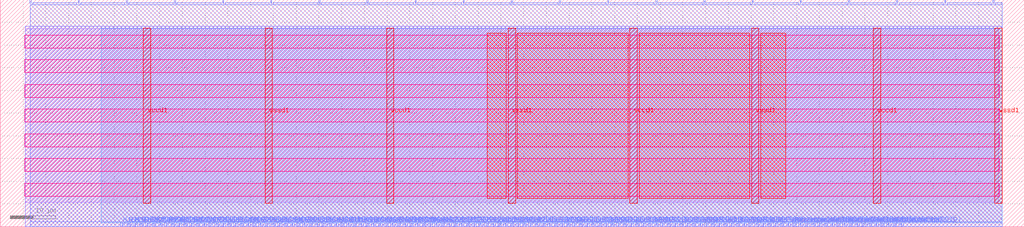
<source format=lef>
VERSION 5.7 ;
  NOWIREEXTENSIONATPIN ON ;
  DIVIDERCHAR "/" ;
  BUSBITCHARS "[]" ;
MACRO N_term_DSP
  CLASS BLOCK ;
  FOREIGN N_term_DSP ;
  ORIGIN 0.000 0.000 ;
  SIZE 225.000 BY 50.000 ;
  PIN FrameStrobe[0]
    DIRECTION INPUT ;
    USE SIGNAL ;
    ANTENNAGATEAREA 0.196500 ;
    PORT
      LAYER met2 ;
        RECT 171.670 0.000 171.950 0.800 ;
    END
  END FrameStrobe[0]
  PIN FrameStrobe[10]
    DIRECTION INPUT ;
    USE SIGNAL ;
    ANTENNAGATEAREA 0.196500 ;
    PORT
      LAYER met2 ;
        RECT 185.470 0.000 185.750 0.800 ;
    END
  END FrameStrobe[10]
  PIN FrameStrobe[11]
    DIRECTION INPUT ;
    USE SIGNAL ;
    ANTENNAGATEAREA 0.196500 ;
    PORT
      LAYER met2 ;
        RECT 186.850 0.000 187.130 0.800 ;
    END
  END FrameStrobe[11]
  PIN FrameStrobe[12]
    DIRECTION INPUT ;
    USE SIGNAL ;
    ANTENNAGATEAREA 0.196500 ;
    PORT
      LAYER met2 ;
        RECT 188.230 0.000 188.510 0.800 ;
    END
  END FrameStrobe[12]
  PIN FrameStrobe[13]
    DIRECTION INPUT ;
    USE SIGNAL ;
    ANTENNAGATEAREA 0.196500 ;
    PORT
      LAYER met2 ;
        RECT 189.610 0.000 189.890 0.800 ;
    END
  END FrameStrobe[13]
  PIN FrameStrobe[14]
    DIRECTION INPUT ;
    USE SIGNAL ;
    ANTENNAGATEAREA 0.196500 ;
    PORT
      LAYER met2 ;
        RECT 190.990 0.000 191.270 0.800 ;
    END
  END FrameStrobe[14]
  PIN FrameStrobe[15]
    DIRECTION INPUT ;
    USE SIGNAL ;
    ANTENNAGATEAREA 0.196500 ;
    PORT
      LAYER met2 ;
        RECT 192.370 0.000 192.650 0.800 ;
    END
  END FrameStrobe[15]
  PIN FrameStrobe[16]
    DIRECTION INPUT ;
    USE SIGNAL ;
    ANTENNAGATEAREA 0.196500 ;
    PORT
      LAYER met2 ;
        RECT 193.750 0.000 194.030 0.800 ;
    END
  END FrameStrobe[16]
  PIN FrameStrobe[17]
    DIRECTION INPUT ;
    USE SIGNAL ;
    ANTENNAGATEAREA 0.196500 ;
    PORT
      LAYER met2 ;
        RECT 195.130 0.000 195.410 0.800 ;
    END
  END FrameStrobe[17]
  PIN FrameStrobe[18]
    DIRECTION INPUT ;
    USE SIGNAL ;
    ANTENNAGATEAREA 0.196500 ;
    PORT
      LAYER met2 ;
        RECT 196.510 0.000 196.790 0.800 ;
    END
  END FrameStrobe[18]
  PIN FrameStrobe[19]
    DIRECTION INPUT ;
    USE SIGNAL ;
    ANTENNAGATEAREA 0.196500 ;
    PORT
      LAYER met2 ;
        RECT 197.890 0.000 198.170 0.800 ;
    END
  END FrameStrobe[19]
  PIN FrameStrobe[1]
    DIRECTION INPUT ;
    USE SIGNAL ;
    ANTENNAGATEAREA 0.196500 ;
    PORT
      LAYER met2 ;
        RECT 173.050 0.000 173.330 0.800 ;
    END
  END FrameStrobe[1]
  PIN FrameStrobe[2]
    DIRECTION INPUT ;
    USE SIGNAL ;
    ANTENNAGATEAREA 0.196500 ;
    PORT
      LAYER met2 ;
        RECT 174.430 0.000 174.710 0.800 ;
    END
  END FrameStrobe[2]
  PIN FrameStrobe[3]
    DIRECTION INPUT ;
    USE SIGNAL ;
    ANTENNAGATEAREA 0.196500 ;
    PORT
      LAYER met2 ;
        RECT 175.810 0.000 176.090 0.800 ;
    END
  END FrameStrobe[3]
  PIN FrameStrobe[4]
    DIRECTION INPUT ;
    USE SIGNAL ;
    ANTENNAGATEAREA 0.196500 ;
    PORT
      LAYER met2 ;
        RECT 177.190 0.000 177.470 0.800 ;
    END
  END FrameStrobe[4]
  PIN FrameStrobe[5]
    DIRECTION INPUT ;
    USE SIGNAL ;
    ANTENNAGATEAREA 0.196500 ;
    PORT
      LAYER met2 ;
        RECT 178.570 0.000 178.850 0.800 ;
    END
  END FrameStrobe[5]
  PIN FrameStrobe[6]
    DIRECTION INPUT ;
    USE SIGNAL ;
    ANTENNAGATEAREA 0.196500 ;
    PORT
      LAYER met2 ;
        RECT 179.950 0.000 180.230 0.800 ;
    END
  END FrameStrobe[6]
  PIN FrameStrobe[7]
    DIRECTION INPUT ;
    USE SIGNAL ;
    ANTENNAGATEAREA 0.196500 ;
    PORT
      LAYER met2 ;
        RECT 181.330 0.000 181.610 0.800 ;
    END
  END FrameStrobe[7]
  PIN FrameStrobe[8]
    DIRECTION INPUT ;
    USE SIGNAL ;
    ANTENNAGATEAREA 0.196500 ;
    PORT
      LAYER met2 ;
        RECT 182.710 0.000 182.990 0.800 ;
    END
  END FrameStrobe[8]
  PIN FrameStrobe[9]
    DIRECTION INPUT ;
    USE SIGNAL ;
    ANTENNAGATEAREA 0.196500 ;
    PORT
      LAYER met2 ;
        RECT 184.090 0.000 184.370 0.800 ;
    END
  END FrameStrobe[9]
  PIN FrameStrobe_O[0]
    DIRECTION OUTPUT TRISTATE ;
    USE SIGNAL ;
    ANTENNADIFFAREA 0.445500 ;
    PORT
      LAYER met2 ;
        RECT 17.110 49.200 17.390 50.000 ;
    END
  END FrameStrobe_O[0]
  PIN FrameStrobe_O[10]
    DIRECTION OUTPUT TRISTATE ;
    USE SIGNAL ;
    ANTENNADIFFAREA 0.795200 ;
    PORT
      LAYER met2 ;
        RECT 122.910 49.200 123.190 50.000 ;
    END
  END FrameStrobe_O[10]
  PIN FrameStrobe_O[11]
    DIRECTION OUTPUT TRISTATE ;
    USE SIGNAL ;
    ANTENNADIFFAREA 0.445500 ;
    PORT
      LAYER met2 ;
        RECT 133.490 49.200 133.770 50.000 ;
    END
  END FrameStrobe_O[11]
  PIN FrameStrobe_O[12]
    DIRECTION OUTPUT TRISTATE ;
    USE SIGNAL ;
    ANTENNADIFFAREA 0.795200 ;
    PORT
      LAYER met2 ;
        RECT 144.070 49.200 144.350 50.000 ;
    END
  END FrameStrobe_O[12]
  PIN FrameStrobe_O[13]
    DIRECTION OUTPUT TRISTATE ;
    USE SIGNAL ;
    ANTENNADIFFAREA 0.445500 ;
    PORT
      LAYER met2 ;
        RECT 154.650 49.200 154.930 50.000 ;
    END
  END FrameStrobe_O[13]
  PIN FrameStrobe_O[14]
    DIRECTION OUTPUT TRISTATE ;
    USE SIGNAL ;
    ANTENNADIFFAREA 0.795200 ;
    PORT
      LAYER met2 ;
        RECT 165.230 49.200 165.510 50.000 ;
    END
  END FrameStrobe_O[14]
  PIN FrameStrobe_O[15]
    DIRECTION OUTPUT TRISTATE ;
    USE SIGNAL ;
    ANTENNADIFFAREA 0.445500 ;
    PORT
      LAYER met2 ;
        RECT 175.810 49.200 176.090 50.000 ;
    END
  END FrameStrobe_O[15]
  PIN FrameStrobe_O[16]
    DIRECTION OUTPUT TRISTATE ;
    USE SIGNAL ;
    ANTENNADIFFAREA 0.795200 ;
    PORT
      LAYER met2 ;
        RECT 186.390 49.200 186.670 50.000 ;
    END
  END FrameStrobe_O[16]
  PIN FrameStrobe_O[17]
    DIRECTION OUTPUT TRISTATE ;
    USE SIGNAL ;
    ANTENNADIFFAREA 0.795200 ;
    PORT
      LAYER met2 ;
        RECT 196.970 49.200 197.250 50.000 ;
    END
  END FrameStrobe_O[17]
  PIN FrameStrobe_O[18]
    DIRECTION OUTPUT TRISTATE ;
    USE SIGNAL ;
    ANTENNADIFFAREA 0.795200 ;
    PORT
      LAYER met2 ;
        RECT 207.550 49.200 207.830 50.000 ;
    END
  END FrameStrobe_O[18]
  PIN FrameStrobe_O[19]
    DIRECTION OUTPUT TRISTATE ;
    USE SIGNAL ;
    ANTENNADIFFAREA 0.445500 ;
    PORT
      LAYER met2 ;
        RECT 218.130 49.200 218.410 50.000 ;
    END
  END FrameStrobe_O[19]
  PIN FrameStrobe_O[1]
    DIRECTION OUTPUT TRISTATE ;
    USE SIGNAL ;
    ANTENNADIFFAREA 0.795200 ;
    PORT
      LAYER met2 ;
        RECT 27.690 49.200 27.970 50.000 ;
    END
  END FrameStrobe_O[1]
  PIN FrameStrobe_O[2]
    DIRECTION OUTPUT TRISTATE ;
    USE SIGNAL ;
    ANTENNADIFFAREA 0.445500 ;
    PORT
      LAYER met2 ;
        RECT 38.270 49.200 38.550 50.000 ;
    END
  END FrameStrobe_O[2]
  PIN FrameStrobe_O[3]
    DIRECTION OUTPUT TRISTATE ;
    USE SIGNAL ;
    ANTENNADIFFAREA 0.795200 ;
    PORT
      LAYER met2 ;
        RECT 48.850 49.200 49.130 50.000 ;
    END
  END FrameStrobe_O[3]
  PIN FrameStrobe_O[4]
    DIRECTION OUTPUT TRISTATE ;
    USE SIGNAL ;
    ANTENNADIFFAREA 0.445500 ;
    PORT
      LAYER met2 ;
        RECT 59.430 49.200 59.710 50.000 ;
    END
  END FrameStrobe_O[4]
  PIN FrameStrobe_O[5]
    DIRECTION OUTPUT TRISTATE ;
    USE SIGNAL ;
    ANTENNADIFFAREA 0.445500 ;
    PORT
      LAYER met2 ;
        RECT 70.010 49.200 70.290 50.000 ;
    END
  END FrameStrobe_O[5]
  PIN FrameStrobe_O[6]
    DIRECTION OUTPUT TRISTATE ;
    USE SIGNAL ;
    ANTENNADIFFAREA 0.445500 ;
    PORT
      LAYER met2 ;
        RECT 80.590 49.200 80.870 50.000 ;
    END
  END FrameStrobe_O[6]
  PIN FrameStrobe_O[7]
    DIRECTION OUTPUT TRISTATE ;
    USE SIGNAL ;
    ANTENNADIFFAREA 0.445500 ;
    PORT
      LAYER met2 ;
        RECT 91.170 49.200 91.450 50.000 ;
    END
  END FrameStrobe_O[7]
  PIN FrameStrobe_O[8]
    DIRECTION OUTPUT TRISTATE ;
    USE SIGNAL ;
    ANTENNADIFFAREA 0.445500 ;
    PORT
      LAYER met2 ;
        RECT 101.750 49.200 102.030 50.000 ;
    END
  END FrameStrobe_O[8]
  PIN FrameStrobe_O[9]
    DIRECTION OUTPUT TRISTATE ;
    USE SIGNAL ;
    ANTENNADIFFAREA 0.445500 ;
    PORT
      LAYER met2 ;
        RECT 112.330 49.200 112.610 50.000 ;
    END
  END FrameStrobe_O[9]
  PIN N1END[0]
    DIRECTION INPUT ;
    USE SIGNAL ;
    ANTENNAGATEAREA 0.196500 ;
    PORT
      LAYER met2 ;
        RECT 26.770 0.000 27.050 0.800 ;
    END
  END N1END[0]
  PIN N1END[1]
    DIRECTION INPUT ;
    USE SIGNAL ;
    ANTENNAGATEAREA 0.196500 ;
    PORT
      LAYER met2 ;
        RECT 28.150 0.000 28.430 0.800 ;
    END
  END N1END[1]
  PIN N1END[2]
    DIRECTION INPUT ;
    USE SIGNAL ;
    ANTENNAGATEAREA 0.196500 ;
    PORT
      LAYER met2 ;
        RECT 29.530 0.000 29.810 0.800 ;
    END
  END N1END[2]
  PIN N1END[3]
    DIRECTION INPUT ;
    USE SIGNAL ;
    ANTENNAGATEAREA 0.196500 ;
    PORT
      LAYER met2 ;
        RECT 30.910 0.000 31.190 0.800 ;
    END
  END N1END[3]
  PIN N2END[0]
    DIRECTION INPUT ;
    USE SIGNAL ;
    ANTENNAGATEAREA 0.196500 ;
    PORT
      LAYER met2 ;
        RECT 43.330 0.000 43.610 0.800 ;
    END
  END N2END[0]
  PIN N2END[1]
    DIRECTION INPUT ;
    USE SIGNAL ;
    ANTENNAGATEAREA 0.196500 ;
    PORT
      LAYER met2 ;
        RECT 44.710 0.000 44.990 0.800 ;
    END
  END N2END[1]
  PIN N2END[2]
    DIRECTION INPUT ;
    USE SIGNAL ;
    ANTENNAGATEAREA 0.196500 ;
    PORT
      LAYER met2 ;
        RECT 46.090 0.000 46.370 0.800 ;
    END
  END N2END[2]
  PIN N2END[3]
    DIRECTION INPUT ;
    USE SIGNAL ;
    ANTENNAGATEAREA 0.196500 ;
    PORT
      LAYER met2 ;
        RECT 47.470 0.000 47.750 0.800 ;
    END
  END N2END[3]
  PIN N2END[4]
    DIRECTION INPUT ;
    USE SIGNAL ;
    ANTENNAGATEAREA 0.196500 ;
    PORT
      LAYER met2 ;
        RECT 48.850 0.000 49.130 0.800 ;
    END
  END N2END[4]
  PIN N2END[5]
    DIRECTION INPUT ;
    USE SIGNAL ;
    ANTENNAGATEAREA 0.196500 ;
    PORT
      LAYER met2 ;
        RECT 50.230 0.000 50.510 0.800 ;
    END
  END N2END[5]
  PIN N2END[6]
    DIRECTION INPUT ;
    USE SIGNAL ;
    ANTENNAGATEAREA 0.196500 ;
    PORT
      LAYER met2 ;
        RECT 51.610 0.000 51.890 0.800 ;
    END
  END N2END[6]
  PIN N2END[7]
    DIRECTION INPUT ;
    USE SIGNAL ;
    ANTENNAGATEAREA 0.196500 ;
    PORT
      LAYER met2 ;
        RECT 52.990 0.000 53.270 0.800 ;
    END
  END N2END[7]
  PIN N2MID[0]
    DIRECTION INPUT ;
    USE SIGNAL ;
    ANTENNAGATEAREA 0.196500 ;
    PORT
      LAYER met2 ;
        RECT 32.290 0.000 32.570 0.800 ;
    END
  END N2MID[0]
  PIN N2MID[1]
    DIRECTION INPUT ;
    USE SIGNAL ;
    ANTENNAGATEAREA 0.196500 ;
    PORT
      LAYER met2 ;
        RECT 33.670 0.000 33.950 0.800 ;
    END
  END N2MID[1]
  PIN N2MID[2]
    DIRECTION INPUT ;
    USE SIGNAL ;
    ANTENNAGATEAREA 0.196500 ;
    PORT
      LAYER met2 ;
        RECT 35.050 0.000 35.330 0.800 ;
    END
  END N2MID[2]
  PIN N2MID[3]
    DIRECTION INPUT ;
    USE SIGNAL ;
    ANTENNAGATEAREA 0.196500 ;
    PORT
      LAYER met2 ;
        RECT 36.430 0.000 36.710 0.800 ;
    END
  END N2MID[3]
  PIN N2MID[4]
    DIRECTION INPUT ;
    USE SIGNAL ;
    ANTENNAGATEAREA 0.196500 ;
    PORT
      LAYER met2 ;
        RECT 37.810 0.000 38.090 0.800 ;
    END
  END N2MID[4]
  PIN N2MID[5]
    DIRECTION INPUT ;
    USE SIGNAL ;
    ANTENNAGATEAREA 0.196500 ;
    PORT
      LAYER met2 ;
        RECT 39.190 0.000 39.470 0.800 ;
    END
  END N2MID[5]
  PIN N2MID[6]
    DIRECTION INPUT ;
    USE SIGNAL ;
    ANTENNAGATEAREA 0.196500 ;
    PORT
      LAYER met2 ;
        RECT 40.570 0.000 40.850 0.800 ;
    END
  END N2MID[6]
  PIN N2MID[7]
    DIRECTION INPUT ;
    USE SIGNAL ;
    ANTENNAGATEAREA 0.196500 ;
    PORT
      LAYER met2 ;
        RECT 41.950 0.000 42.230 0.800 ;
    END
  END N2MID[7]
  PIN N4END[0]
    DIRECTION INPUT ;
    USE SIGNAL ;
    ANTENNAGATEAREA 0.196500 ;
    PORT
      LAYER met2 ;
        RECT 54.370 0.000 54.650 0.800 ;
    END
  END N4END[0]
  PIN N4END[10]
    DIRECTION INPUT ;
    USE SIGNAL ;
    ANTENNAGATEAREA 0.196500 ;
    PORT
      LAYER met2 ;
        RECT 68.170 0.000 68.450 0.800 ;
    END
  END N4END[10]
  PIN N4END[11]
    DIRECTION INPUT ;
    USE SIGNAL ;
    ANTENNAGATEAREA 0.196500 ;
    PORT
      LAYER met2 ;
        RECT 69.550 0.000 69.830 0.800 ;
    END
  END N4END[11]
  PIN N4END[12]
    DIRECTION INPUT ;
    USE SIGNAL ;
    ANTENNAGATEAREA 0.196500 ;
    PORT
      LAYER met2 ;
        RECT 70.930 0.000 71.210 0.800 ;
    END
  END N4END[12]
  PIN N4END[13]
    DIRECTION INPUT ;
    USE SIGNAL ;
    ANTENNAGATEAREA 0.196500 ;
    PORT
      LAYER met2 ;
        RECT 72.310 0.000 72.590 0.800 ;
    END
  END N4END[13]
  PIN N4END[14]
    DIRECTION INPUT ;
    USE SIGNAL ;
    ANTENNAGATEAREA 0.196500 ;
    PORT
      LAYER met2 ;
        RECT 73.690 0.000 73.970 0.800 ;
    END
  END N4END[14]
  PIN N4END[15]
    DIRECTION INPUT ;
    USE SIGNAL ;
    ANTENNAGATEAREA 0.196500 ;
    PORT
      LAYER met2 ;
        RECT 75.070 0.000 75.350 0.800 ;
    END
  END N4END[15]
  PIN N4END[1]
    DIRECTION INPUT ;
    USE SIGNAL ;
    ANTENNAGATEAREA 0.196500 ;
    PORT
      LAYER met2 ;
        RECT 55.750 0.000 56.030 0.800 ;
    END
  END N4END[1]
  PIN N4END[2]
    DIRECTION INPUT ;
    USE SIGNAL ;
    ANTENNAGATEAREA 0.196500 ;
    PORT
      LAYER met2 ;
        RECT 57.130 0.000 57.410 0.800 ;
    END
  END N4END[2]
  PIN N4END[3]
    DIRECTION INPUT ;
    USE SIGNAL ;
    ANTENNAGATEAREA 0.196500 ;
    PORT
      LAYER met2 ;
        RECT 58.510 0.000 58.790 0.800 ;
    END
  END N4END[3]
  PIN N4END[4]
    DIRECTION INPUT ;
    USE SIGNAL ;
    ANTENNAGATEAREA 0.196500 ;
    PORT
      LAYER met2 ;
        RECT 59.890 0.000 60.170 0.800 ;
    END
  END N4END[4]
  PIN N4END[5]
    DIRECTION INPUT ;
    USE SIGNAL ;
    ANTENNAGATEAREA 0.196500 ;
    PORT
      LAYER met2 ;
        RECT 61.270 0.000 61.550 0.800 ;
    END
  END N4END[5]
  PIN N4END[6]
    DIRECTION INPUT ;
    USE SIGNAL ;
    ANTENNAGATEAREA 0.196500 ;
    PORT
      LAYER met2 ;
        RECT 62.650 0.000 62.930 0.800 ;
    END
  END N4END[6]
  PIN N4END[7]
    DIRECTION INPUT ;
    USE SIGNAL ;
    ANTENNAGATEAREA 0.196500 ;
    PORT
      LAYER met2 ;
        RECT 64.030 0.000 64.310 0.800 ;
    END
  END N4END[7]
  PIN N4END[8]
    DIRECTION INPUT ;
    USE SIGNAL ;
    ANTENNAGATEAREA 0.196500 ;
    PORT
      LAYER met2 ;
        RECT 65.410 0.000 65.690 0.800 ;
    END
  END N4END[8]
  PIN N4END[9]
    DIRECTION INPUT ;
    USE SIGNAL ;
    ANTENNAGATEAREA 0.196500 ;
    PORT
      LAYER met2 ;
        RECT 66.790 0.000 67.070 0.800 ;
    END
  END N4END[9]
  PIN NN4END[0]
    DIRECTION INPUT ;
    USE SIGNAL ;
    ANTENNAGATEAREA 0.196500 ;
    PORT
      LAYER met2 ;
        RECT 76.450 0.000 76.730 0.800 ;
    END
  END NN4END[0]
  PIN NN4END[10]
    DIRECTION INPUT ;
    USE SIGNAL ;
    ANTENNAGATEAREA 0.196500 ;
    PORT
      LAYER met2 ;
        RECT 90.250 0.000 90.530 0.800 ;
    END
  END NN4END[10]
  PIN NN4END[11]
    DIRECTION INPUT ;
    USE SIGNAL ;
    ANTENNAGATEAREA 0.196500 ;
    PORT
      LAYER met2 ;
        RECT 91.630 0.000 91.910 0.800 ;
    END
  END NN4END[11]
  PIN NN4END[12]
    DIRECTION INPUT ;
    USE SIGNAL ;
    ANTENNAGATEAREA 0.196500 ;
    PORT
      LAYER met2 ;
        RECT 93.010 0.000 93.290 0.800 ;
    END
  END NN4END[12]
  PIN NN4END[13]
    DIRECTION INPUT ;
    USE SIGNAL ;
    ANTENNAGATEAREA 0.196500 ;
    PORT
      LAYER met2 ;
        RECT 94.390 0.000 94.670 0.800 ;
    END
  END NN4END[13]
  PIN NN4END[14]
    DIRECTION INPUT ;
    USE SIGNAL ;
    ANTENNAGATEAREA 0.196500 ;
    PORT
      LAYER met2 ;
        RECT 95.770 0.000 96.050 0.800 ;
    END
  END NN4END[14]
  PIN NN4END[15]
    DIRECTION INPUT ;
    USE SIGNAL ;
    ANTENNAGATEAREA 0.196500 ;
    PORT
      LAYER met2 ;
        RECT 97.150 0.000 97.430 0.800 ;
    END
  END NN4END[15]
  PIN NN4END[1]
    DIRECTION INPUT ;
    USE SIGNAL ;
    ANTENNAGATEAREA 0.196500 ;
    PORT
      LAYER met2 ;
        RECT 77.830 0.000 78.110 0.800 ;
    END
  END NN4END[1]
  PIN NN4END[2]
    DIRECTION INPUT ;
    USE SIGNAL ;
    ANTENNAGATEAREA 0.196500 ;
    PORT
      LAYER met2 ;
        RECT 79.210 0.000 79.490 0.800 ;
    END
  END NN4END[2]
  PIN NN4END[3]
    DIRECTION INPUT ;
    USE SIGNAL ;
    ANTENNAGATEAREA 0.196500 ;
    PORT
      LAYER met2 ;
        RECT 80.590 0.000 80.870 0.800 ;
    END
  END NN4END[3]
  PIN NN4END[4]
    DIRECTION INPUT ;
    USE SIGNAL ;
    ANTENNAGATEAREA 0.196500 ;
    PORT
      LAYER met2 ;
        RECT 81.970 0.000 82.250 0.800 ;
    END
  END NN4END[4]
  PIN NN4END[5]
    DIRECTION INPUT ;
    USE SIGNAL ;
    ANTENNAGATEAREA 0.196500 ;
    PORT
      LAYER met2 ;
        RECT 83.350 0.000 83.630 0.800 ;
    END
  END NN4END[5]
  PIN NN4END[6]
    DIRECTION INPUT ;
    USE SIGNAL ;
    ANTENNAGATEAREA 0.196500 ;
    PORT
      LAYER met2 ;
        RECT 84.730 0.000 85.010 0.800 ;
    END
  END NN4END[6]
  PIN NN4END[7]
    DIRECTION INPUT ;
    USE SIGNAL ;
    ANTENNAGATEAREA 0.196500 ;
    PORT
      LAYER met2 ;
        RECT 86.110 0.000 86.390 0.800 ;
    END
  END NN4END[7]
  PIN NN4END[8]
    DIRECTION INPUT ;
    USE SIGNAL ;
    ANTENNAGATEAREA 0.196500 ;
    PORT
      LAYER met2 ;
        RECT 87.490 0.000 87.770 0.800 ;
    END
  END NN4END[8]
  PIN NN4END[9]
    DIRECTION INPUT ;
    USE SIGNAL ;
    ANTENNAGATEAREA 0.196500 ;
    PORT
      LAYER met2 ;
        RECT 88.870 0.000 89.150 0.800 ;
    END
  END NN4END[9]
  PIN S1BEG[0]
    DIRECTION OUTPUT TRISTATE ;
    USE SIGNAL ;
    ANTENNADIFFAREA 0.445500 ;
    PORT
      LAYER met2 ;
        RECT 98.530 0.000 98.810 0.800 ;
    END
  END S1BEG[0]
  PIN S1BEG[1]
    DIRECTION OUTPUT TRISTATE ;
    USE SIGNAL ;
    ANTENNADIFFAREA 0.795200 ;
    PORT
      LAYER met2 ;
        RECT 99.910 0.000 100.190 0.800 ;
    END
  END S1BEG[1]
  PIN S1BEG[2]
    DIRECTION OUTPUT TRISTATE ;
    USE SIGNAL ;
    ANTENNADIFFAREA 0.445500 ;
    PORT
      LAYER met2 ;
        RECT 101.290 0.000 101.570 0.800 ;
    END
  END S1BEG[2]
  PIN S1BEG[3]
    DIRECTION OUTPUT TRISTATE ;
    USE SIGNAL ;
    ANTENNADIFFAREA 0.445500 ;
    PORT
      LAYER met2 ;
        RECT 102.670 0.000 102.950 0.800 ;
    END
  END S1BEG[3]
  PIN S2BEG[0]
    DIRECTION OUTPUT TRISTATE ;
    USE SIGNAL ;
    ANTENNADIFFAREA 0.445500 ;
    PORT
      LAYER met2 ;
        RECT 115.090 0.000 115.370 0.800 ;
    END
  END S2BEG[0]
  PIN S2BEG[1]
    DIRECTION OUTPUT TRISTATE ;
    USE SIGNAL ;
    ANTENNADIFFAREA 0.795200 ;
    PORT
      LAYER met2 ;
        RECT 116.470 0.000 116.750 0.800 ;
    END
  END S2BEG[1]
  PIN S2BEG[2]
    DIRECTION OUTPUT TRISTATE ;
    USE SIGNAL ;
    ANTENNADIFFAREA 0.445500 ;
    PORT
      LAYER met2 ;
        RECT 117.850 0.000 118.130 0.800 ;
    END
  END S2BEG[2]
  PIN S2BEG[3]
    DIRECTION OUTPUT TRISTATE ;
    USE SIGNAL ;
    ANTENNADIFFAREA 0.445500 ;
    PORT
      LAYER met2 ;
        RECT 119.230 0.000 119.510 0.800 ;
    END
  END S2BEG[3]
  PIN S2BEG[4]
    DIRECTION OUTPUT TRISTATE ;
    USE SIGNAL ;
    ANTENNADIFFAREA 0.795200 ;
    PORT
      LAYER met2 ;
        RECT 120.610 0.000 120.890 0.800 ;
    END
  END S2BEG[4]
  PIN S2BEG[5]
    DIRECTION OUTPUT TRISTATE ;
    USE SIGNAL ;
    ANTENNADIFFAREA 0.795200 ;
    PORT
      LAYER met2 ;
        RECT 121.990 0.000 122.270 0.800 ;
    END
  END S2BEG[5]
  PIN S2BEG[6]
    DIRECTION OUTPUT TRISTATE ;
    USE SIGNAL ;
    ANTENNADIFFAREA 0.795200 ;
    PORT
      LAYER met2 ;
        RECT 123.370 0.000 123.650 0.800 ;
    END
  END S2BEG[6]
  PIN S2BEG[7]
    DIRECTION OUTPUT TRISTATE ;
    USE SIGNAL ;
    ANTENNADIFFAREA 0.795200 ;
    PORT
      LAYER met2 ;
        RECT 124.750 0.000 125.030 0.800 ;
    END
  END S2BEG[7]
  PIN S2BEGb[0]
    DIRECTION OUTPUT TRISTATE ;
    USE SIGNAL ;
    ANTENNADIFFAREA 0.795200 ;
    PORT
      LAYER met2 ;
        RECT 104.050 0.000 104.330 0.800 ;
    END
  END S2BEGb[0]
  PIN S2BEGb[1]
    DIRECTION OUTPUT TRISTATE ;
    USE SIGNAL ;
    ANTENNADIFFAREA 0.795200 ;
    PORT
      LAYER met2 ;
        RECT 105.430 0.000 105.710 0.800 ;
    END
  END S2BEGb[1]
  PIN S2BEGb[2]
    DIRECTION OUTPUT TRISTATE ;
    USE SIGNAL ;
    ANTENNADIFFAREA 0.445500 ;
    PORT
      LAYER met2 ;
        RECT 106.810 0.000 107.090 0.800 ;
    END
  END S2BEGb[2]
  PIN S2BEGb[3]
    DIRECTION OUTPUT TRISTATE ;
    USE SIGNAL ;
    ANTENNADIFFAREA 0.445500 ;
    PORT
      LAYER met2 ;
        RECT 108.190 0.000 108.470 0.800 ;
    END
  END S2BEGb[3]
  PIN S2BEGb[4]
    DIRECTION OUTPUT TRISTATE ;
    USE SIGNAL ;
    ANTENNADIFFAREA 0.795200 ;
    PORT
      LAYER met2 ;
        RECT 109.570 0.000 109.850 0.800 ;
    END
  END S2BEGb[4]
  PIN S2BEGb[5]
    DIRECTION OUTPUT TRISTATE ;
    USE SIGNAL ;
    ANTENNADIFFAREA 0.795200 ;
    PORT
      LAYER met2 ;
        RECT 110.950 0.000 111.230 0.800 ;
    END
  END S2BEGb[5]
  PIN S2BEGb[6]
    DIRECTION OUTPUT TRISTATE ;
    USE SIGNAL ;
    ANTENNADIFFAREA 0.445500 ;
    PORT
      LAYER met2 ;
        RECT 112.330 0.000 112.610 0.800 ;
    END
  END S2BEGb[6]
  PIN S2BEGb[7]
    DIRECTION OUTPUT TRISTATE ;
    USE SIGNAL ;
    ANTENNADIFFAREA 0.445500 ;
    PORT
      LAYER met2 ;
        RECT 113.710 0.000 113.990 0.800 ;
    END
  END S2BEGb[7]
  PIN S4BEG[0]
    DIRECTION OUTPUT TRISTATE ;
    USE SIGNAL ;
    ANTENNADIFFAREA 0.795200 ;
    PORT
      LAYER met2 ;
        RECT 126.130 0.000 126.410 0.800 ;
    END
  END S4BEG[0]
  PIN S4BEG[10]
    DIRECTION OUTPUT TRISTATE ;
    USE SIGNAL ;
    ANTENNADIFFAREA 0.795200 ;
    PORT
      LAYER met2 ;
        RECT 139.930 0.000 140.210 0.800 ;
    END
  END S4BEG[10]
  PIN S4BEG[11]
    DIRECTION OUTPUT TRISTATE ;
    USE SIGNAL ;
    ANTENNADIFFAREA 0.445500 ;
    PORT
      LAYER met2 ;
        RECT 141.310 0.000 141.590 0.800 ;
    END
  END S4BEG[11]
  PIN S4BEG[12]
    DIRECTION OUTPUT TRISTATE ;
    USE SIGNAL ;
    ANTENNADIFFAREA 0.795200 ;
    PORT
      LAYER met2 ;
        RECT 142.690 0.000 142.970 0.800 ;
    END
  END S4BEG[12]
  PIN S4BEG[13]
    DIRECTION OUTPUT TRISTATE ;
    USE SIGNAL ;
    ANTENNADIFFAREA 0.795200 ;
    PORT
      LAYER met2 ;
        RECT 144.070 0.000 144.350 0.800 ;
    END
  END S4BEG[13]
  PIN S4BEG[14]
    DIRECTION OUTPUT TRISTATE ;
    USE SIGNAL ;
    ANTENNADIFFAREA 0.445500 ;
    PORT
      LAYER met2 ;
        RECT 145.450 0.000 145.730 0.800 ;
    END
  END S4BEG[14]
  PIN S4BEG[15]
    DIRECTION OUTPUT TRISTATE ;
    USE SIGNAL ;
    ANTENNADIFFAREA 0.795200 ;
    PORT
      LAYER met2 ;
        RECT 146.830 0.000 147.110 0.800 ;
    END
  END S4BEG[15]
  PIN S4BEG[1]
    DIRECTION OUTPUT TRISTATE ;
    USE SIGNAL ;
    ANTENNADIFFAREA 0.795200 ;
    PORT
      LAYER met2 ;
        RECT 127.510 0.000 127.790 0.800 ;
    END
  END S4BEG[1]
  PIN S4BEG[2]
    DIRECTION OUTPUT TRISTATE ;
    USE SIGNAL ;
    ANTENNADIFFAREA 0.795200 ;
    PORT
      LAYER met2 ;
        RECT 128.890 0.000 129.170 0.800 ;
    END
  END S4BEG[2]
  PIN S4BEG[3]
    DIRECTION OUTPUT TRISTATE ;
    USE SIGNAL ;
    ANTENNADIFFAREA 0.795200 ;
    PORT
      LAYER met2 ;
        RECT 130.270 0.000 130.550 0.800 ;
    END
  END S4BEG[3]
  PIN S4BEG[4]
    DIRECTION OUTPUT TRISTATE ;
    USE SIGNAL ;
    ANTENNADIFFAREA 0.795200 ;
    PORT
      LAYER met2 ;
        RECT 131.650 0.000 131.930 0.800 ;
    END
  END S4BEG[4]
  PIN S4BEG[5]
    DIRECTION OUTPUT TRISTATE ;
    USE SIGNAL ;
    ANTENNADIFFAREA 0.445500 ;
    PORT
      LAYER met2 ;
        RECT 133.030 0.000 133.310 0.800 ;
    END
  END S4BEG[5]
  PIN S4BEG[6]
    DIRECTION OUTPUT TRISTATE ;
    USE SIGNAL ;
    ANTENNADIFFAREA 0.795200 ;
    PORT
      LAYER met2 ;
        RECT 134.410 0.000 134.690 0.800 ;
    END
  END S4BEG[6]
  PIN S4BEG[7]
    DIRECTION OUTPUT TRISTATE ;
    USE SIGNAL ;
    ANTENNADIFFAREA 0.795200 ;
    PORT
      LAYER met2 ;
        RECT 135.790 0.000 136.070 0.800 ;
    END
  END S4BEG[7]
  PIN S4BEG[8]
    DIRECTION OUTPUT TRISTATE ;
    USE SIGNAL ;
    ANTENNADIFFAREA 0.795200 ;
    PORT
      LAYER met2 ;
        RECT 137.170 0.000 137.450 0.800 ;
    END
  END S4BEG[8]
  PIN S4BEG[9]
    DIRECTION OUTPUT TRISTATE ;
    USE SIGNAL ;
    ANTENNADIFFAREA 0.445500 ;
    PORT
      LAYER met2 ;
        RECT 138.550 0.000 138.830 0.800 ;
    END
  END S4BEG[9]
  PIN SS4BEG[0]
    DIRECTION OUTPUT TRISTATE ;
    USE SIGNAL ;
    ANTENNADIFFAREA 0.795200 ;
    PORT
      LAYER met2 ;
        RECT 148.210 0.000 148.490 0.800 ;
    END
  END SS4BEG[0]
  PIN SS4BEG[10]
    DIRECTION OUTPUT TRISTATE ;
    USE SIGNAL ;
    ANTENNADIFFAREA 0.795200 ;
    PORT
      LAYER met2 ;
        RECT 162.010 0.000 162.290 0.800 ;
    END
  END SS4BEG[10]
  PIN SS4BEG[11]
    DIRECTION OUTPUT TRISTATE ;
    USE SIGNAL ;
    ANTENNADIFFAREA 0.795200 ;
    PORT
      LAYER met2 ;
        RECT 163.390 0.000 163.670 0.800 ;
    END
  END SS4BEG[11]
  PIN SS4BEG[12]
    DIRECTION OUTPUT TRISTATE ;
    USE SIGNAL ;
    ANTENNADIFFAREA 0.795200 ;
    PORT
      LAYER met2 ;
        RECT 164.770 0.000 165.050 0.800 ;
    END
  END SS4BEG[12]
  PIN SS4BEG[13]
    DIRECTION OUTPUT TRISTATE ;
    USE SIGNAL ;
    ANTENNADIFFAREA 0.445500 ;
    PORT
      LAYER met2 ;
        RECT 166.150 0.000 166.430 0.800 ;
    END
  END SS4BEG[13]
  PIN SS4BEG[14]
    DIRECTION OUTPUT TRISTATE ;
    USE SIGNAL ;
    ANTENNADIFFAREA 0.795200 ;
    PORT
      LAYER met2 ;
        RECT 167.530 0.000 167.810 0.800 ;
    END
  END SS4BEG[14]
  PIN SS4BEG[15]
    DIRECTION OUTPUT TRISTATE ;
    USE SIGNAL ;
    ANTENNADIFFAREA 0.795200 ;
    PORT
      LAYER met2 ;
        RECT 168.910 0.000 169.190 0.800 ;
    END
  END SS4BEG[15]
  PIN SS4BEG[1]
    DIRECTION OUTPUT TRISTATE ;
    USE SIGNAL ;
    ANTENNADIFFAREA 0.795200 ;
    PORT
      LAYER met2 ;
        RECT 149.590 0.000 149.870 0.800 ;
    END
  END SS4BEG[1]
  PIN SS4BEG[2]
    DIRECTION OUTPUT TRISTATE ;
    USE SIGNAL ;
    ANTENNADIFFAREA 0.795200 ;
    PORT
      LAYER met2 ;
        RECT 150.970 0.000 151.250 0.800 ;
    END
  END SS4BEG[2]
  PIN SS4BEG[3]
    DIRECTION OUTPUT TRISTATE ;
    USE SIGNAL ;
    ANTENNADIFFAREA 0.795200 ;
    PORT
      LAYER met2 ;
        RECT 152.350 0.000 152.630 0.800 ;
    END
  END SS4BEG[3]
  PIN SS4BEG[4]
    DIRECTION OUTPUT TRISTATE ;
    USE SIGNAL ;
    ANTENNADIFFAREA 0.795200 ;
    PORT
      LAYER met2 ;
        RECT 153.730 0.000 154.010 0.800 ;
    END
  END SS4BEG[4]
  PIN SS4BEG[5]
    DIRECTION OUTPUT TRISTATE ;
    USE SIGNAL ;
    ANTENNADIFFAREA 0.795200 ;
    PORT
      LAYER met2 ;
        RECT 155.110 0.000 155.390 0.800 ;
    END
  END SS4BEG[5]
  PIN SS4BEG[6]
    DIRECTION OUTPUT TRISTATE ;
    USE SIGNAL ;
    ANTENNADIFFAREA 0.795200 ;
    PORT
      LAYER met2 ;
        RECT 156.490 0.000 156.770 0.800 ;
    END
  END SS4BEG[6]
  PIN SS4BEG[7]
    DIRECTION OUTPUT TRISTATE ;
    USE SIGNAL ;
    ANTENNADIFFAREA 0.795200 ;
    PORT
      LAYER met2 ;
        RECT 157.870 0.000 158.150 0.800 ;
    END
  END SS4BEG[7]
  PIN SS4BEG[8]
    DIRECTION OUTPUT TRISTATE ;
    USE SIGNAL ;
    ANTENNADIFFAREA 0.795200 ;
    PORT
      LAYER met2 ;
        RECT 159.250 0.000 159.530 0.800 ;
    END
  END SS4BEG[8]
  PIN SS4BEG[9]
    DIRECTION OUTPUT TRISTATE ;
    USE SIGNAL ;
    ANTENNADIFFAREA 0.445500 ;
    PORT
      LAYER met2 ;
        RECT 160.630 0.000 160.910 0.800 ;
    END
  END SS4BEG[9]
  PIN UserCLK
    DIRECTION INPUT ;
    USE SIGNAL ;
    ANTENNAGATEAREA 0.196500 ;
    PORT
      LAYER met2 ;
        RECT 170.290 0.000 170.570 0.800 ;
    END
  END UserCLK
  PIN UserCLKo
    DIRECTION OUTPUT TRISTATE ;
    USE SIGNAL ;
    ANTENNADIFFAREA 0.795200 ;
    PORT
      LAYER met2 ;
        RECT 6.530 49.200 6.810 50.000 ;
    END
  END UserCLKo
  PIN vccd1
    DIRECTION INOUT ;
    USE POWER ;
    PORT
      LAYER met4 ;
        RECT 31.455 5.200 33.055 43.760 ;
    END
    PORT
      LAYER met4 ;
        RECT 84.925 5.200 86.525 43.760 ;
    END
    PORT
      LAYER met4 ;
        RECT 138.395 5.200 139.995 43.760 ;
    END
    PORT
      LAYER met4 ;
        RECT 191.865 5.200 193.465 43.760 ;
    END
  END vccd1
  PIN vssd1
    DIRECTION INOUT ;
    USE GROUND ;
    PORT
      LAYER met4 ;
        RECT 58.190 5.200 59.790 43.760 ;
    END
    PORT
      LAYER met4 ;
        RECT 111.660 5.200 113.260 43.760 ;
    END
    PORT
      LAYER met4 ;
        RECT 165.130 5.200 166.730 43.760 ;
    END
    PORT
      LAYER met4 ;
        RECT 218.600 5.200 220.200 43.760 ;
    END
  END vssd1
  OBS
      LAYER nwell ;
        RECT 5.330 39.385 219.610 42.215 ;
        RECT 5.330 33.945 219.610 36.775 ;
        RECT 5.330 28.505 219.610 31.335 ;
        RECT 5.330 23.065 219.610 25.895 ;
        RECT 5.330 17.625 219.610 20.455 ;
        RECT 5.330 12.185 219.610 15.015 ;
        RECT 5.330 6.745 219.610 9.575 ;
      LAYER li1 ;
        RECT 5.520 5.355 219.420 43.605 ;
      LAYER met1 ;
        RECT 5.520 0.040 220.200 44.160 ;
      LAYER met2 ;
        RECT 7.090 48.920 16.830 49.370 ;
        RECT 17.670 48.920 27.410 49.370 ;
        RECT 28.250 48.920 37.990 49.370 ;
        RECT 38.830 48.920 48.570 49.370 ;
        RECT 49.410 48.920 59.150 49.370 ;
        RECT 59.990 48.920 69.730 49.370 ;
        RECT 70.570 48.920 80.310 49.370 ;
        RECT 81.150 48.920 90.890 49.370 ;
        RECT 91.730 48.920 101.470 49.370 ;
        RECT 102.310 48.920 112.050 49.370 ;
        RECT 112.890 48.920 122.630 49.370 ;
        RECT 123.470 48.920 133.210 49.370 ;
        RECT 134.050 48.920 143.790 49.370 ;
        RECT 144.630 48.920 154.370 49.370 ;
        RECT 155.210 48.920 164.950 49.370 ;
        RECT 165.790 48.920 175.530 49.370 ;
        RECT 176.370 48.920 186.110 49.370 ;
        RECT 186.950 48.920 196.690 49.370 ;
        RECT 197.530 48.920 207.270 49.370 ;
        RECT 208.110 48.920 217.850 49.370 ;
        RECT 218.690 48.920 220.170 49.370 ;
        RECT 6.600 1.080 220.170 48.920 ;
        RECT 6.600 0.010 26.490 1.080 ;
        RECT 27.330 0.010 27.870 1.080 ;
        RECT 28.710 0.010 29.250 1.080 ;
        RECT 30.090 0.010 30.630 1.080 ;
        RECT 31.470 0.010 32.010 1.080 ;
        RECT 32.850 0.010 33.390 1.080 ;
        RECT 34.230 0.010 34.770 1.080 ;
        RECT 35.610 0.010 36.150 1.080 ;
        RECT 36.990 0.010 37.530 1.080 ;
        RECT 38.370 0.010 38.910 1.080 ;
        RECT 39.750 0.010 40.290 1.080 ;
        RECT 41.130 0.010 41.670 1.080 ;
        RECT 42.510 0.010 43.050 1.080 ;
        RECT 43.890 0.010 44.430 1.080 ;
        RECT 45.270 0.010 45.810 1.080 ;
        RECT 46.650 0.010 47.190 1.080 ;
        RECT 48.030 0.010 48.570 1.080 ;
        RECT 49.410 0.010 49.950 1.080 ;
        RECT 50.790 0.010 51.330 1.080 ;
        RECT 52.170 0.010 52.710 1.080 ;
        RECT 53.550 0.010 54.090 1.080 ;
        RECT 54.930 0.010 55.470 1.080 ;
        RECT 56.310 0.010 56.850 1.080 ;
        RECT 57.690 0.010 58.230 1.080 ;
        RECT 59.070 0.010 59.610 1.080 ;
        RECT 60.450 0.010 60.990 1.080 ;
        RECT 61.830 0.010 62.370 1.080 ;
        RECT 63.210 0.010 63.750 1.080 ;
        RECT 64.590 0.010 65.130 1.080 ;
        RECT 65.970 0.010 66.510 1.080 ;
        RECT 67.350 0.010 67.890 1.080 ;
        RECT 68.730 0.010 69.270 1.080 ;
        RECT 70.110 0.010 70.650 1.080 ;
        RECT 71.490 0.010 72.030 1.080 ;
        RECT 72.870 0.010 73.410 1.080 ;
        RECT 74.250 0.010 74.790 1.080 ;
        RECT 75.630 0.010 76.170 1.080 ;
        RECT 77.010 0.010 77.550 1.080 ;
        RECT 78.390 0.010 78.930 1.080 ;
        RECT 79.770 0.010 80.310 1.080 ;
        RECT 81.150 0.010 81.690 1.080 ;
        RECT 82.530 0.010 83.070 1.080 ;
        RECT 83.910 0.010 84.450 1.080 ;
        RECT 85.290 0.010 85.830 1.080 ;
        RECT 86.670 0.010 87.210 1.080 ;
        RECT 88.050 0.010 88.590 1.080 ;
        RECT 89.430 0.010 89.970 1.080 ;
        RECT 90.810 0.010 91.350 1.080 ;
        RECT 92.190 0.010 92.730 1.080 ;
        RECT 93.570 0.010 94.110 1.080 ;
        RECT 94.950 0.010 95.490 1.080 ;
        RECT 96.330 0.010 96.870 1.080 ;
        RECT 97.710 0.010 98.250 1.080 ;
        RECT 99.090 0.010 99.630 1.080 ;
        RECT 100.470 0.010 101.010 1.080 ;
        RECT 101.850 0.010 102.390 1.080 ;
        RECT 103.230 0.010 103.770 1.080 ;
        RECT 104.610 0.010 105.150 1.080 ;
        RECT 105.990 0.010 106.530 1.080 ;
        RECT 107.370 0.010 107.910 1.080 ;
        RECT 108.750 0.010 109.290 1.080 ;
        RECT 110.130 0.010 110.670 1.080 ;
        RECT 111.510 0.010 112.050 1.080 ;
        RECT 112.890 0.010 113.430 1.080 ;
        RECT 114.270 0.010 114.810 1.080 ;
        RECT 115.650 0.010 116.190 1.080 ;
        RECT 117.030 0.010 117.570 1.080 ;
        RECT 118.410 0.010 118.950 1.080 ;
        RECT 119.790 0.010 120.330 1.080 ;
        RECT 121.170 0.010 121.710 1.080 ;
        RECT 122.550 0.010 123.090 1.080 ;
        RECT 123.930 0.010 124.470 1.080 ;
        RECT 125.310 0.010 125.850 1.080 ;
        RECT 126.690 0.010 127.230 1.080 ;
        RECT 128.070 0.010 128.610 1.080 ;
        RECT 129.450 0.010 129.990 1.080 ;
        RECT 130.830 0.010 131.370 1.080 ;
        RECT 132.210 0.010 132.750 1.080 ;
        RECT 133.590 0.010 134.130 1.080 ;
        RECT 134.970 0.010 135.510 1.080 ;
        RECT 136.350 0.010 136.890 1.080 ;
        RECT 137.730 0.010 138.270 1.080 ;
        RECT 139.110 0.010 139.650 1.080 ;
        RECT 140.490 0.010 141.030 1.080 ;
        RECT 141.870 0.010 142.410 1.080 ;
        RECT 143.250 0.010 143.790 1.080 ;
        RECT 144.630 0.010 145.170 1.080 ;
        RECT 146.010 0.010 146.550 1.080 ;
        RECT 147.390 0.010 147.930 1.080 ;
        RECT 148.770 0.010 149.310 1.080 ;
        RECT 150.150 0.010 150.690 1.080 ;
        RECT 151.530 0.010 152.070 1.080 ;
        RECT 152.910 0.010 153.450 1.080 ;
        RECT 154.290 0.010 154.830 1.080 ;
        RECT 155.670 0.010 156.210 1.080 ;
        RECT 157.050 0.010 157.590 1.080 ;
        RECT 158.430 0.010 158.970 1.080 ;
        RECT 159.810 0.010 160.350 1.080 ;
        RECT 161.190 0.010 161.730 1.080 ;
        RECT 162.570 0.010 163.110 1.080 ;
        RECT 163.950 0.010 164.490 1.080 ;
        RECT 165.330 0.010 165.870 1.080 ;
        RECT 166.710 0.010 167.250 1.080 ;
        RECT 168.090 0.010 168.630 1.080 ;
        RECT 169.470 0.010 170.010 1.080 ;
        RECT 170.850 0.010 171.390 1.080 ;
        RECT 172.230 0.010 172.770 1.080 ;
        RECT 173.610 0.010 174.150 1.080 ;
        RECT 174.990 0.010 175.530 1.080 ;
        RECT 176.370 0.010 176.910 1.080 ;
        RECT 177.750 0.010 178.290 1.080 ;
        RECT 179.130 0.010 179.670 1.080 ;
        RECT 180.510 0.010 181.050 1.080 ;
        RECT 181.890 0.010 182.430 1.080 ;
        RECT 183.270 0.010 183.810 1.080 ;
        RECT 184.650 0.010 185.190 1.080 ;
        RECT 186.030 0.010 186.570 1.080 ;
        RECT 187.410 0.010 187.950 1.080 ;
        RECT 188.790 0.010 189.330 1.080 ;
        RECT 190.170 0.010 190.710 1.080 ;
        RECT 191.550 0.010 192.090 1.080 ;
        RECT 192.930 0.010 193.470 1.080 ;
        RECT 194.310 0.010 194.850 1.080 ;
        RECT 195.690 0.010 196.230 1.080 ;
        RECT 197.070 0.010 197.610 1.080 ;
        RECT 198.450 0.010 220.170 1.080 ;
      LAYER met3 ;
        RECT 22.145 0.855 220.190 43.685 ;
      LAYER met4 ;
        RECT 107.015 6.295 111.260 42.665 ;
        RECT 113.660 6.295 137.995 42.665 ;
        RECT 140.395 6.295 164.730 42.665 ;
        RECT 167.130 6.295 172.665 42.665 ;
  END
END N_term_DSP
END LIBRARY


</source>
